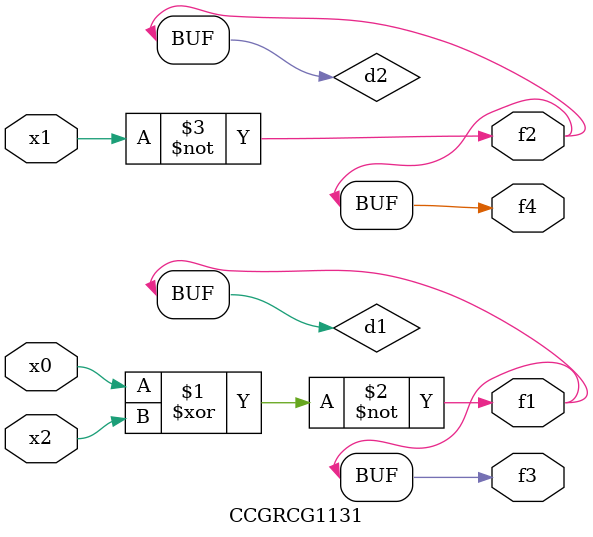
<source format=v>
module CCGRCG1131(
	input x0, x1, x2,
	output f1, f2, f3, f4
);

	wire d1, d2, d3;

	xnor (d1, x0, x2);
	nand (d2, x1);
	nor (d3, x1, x2);
	assign f1 = d1;
	assign f2 = d2;
	assign f3 = d1;
	assign f4 = d2;
endmodule

</source>
